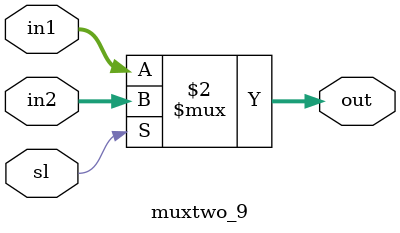
<source format=v>
module muxtwo_9(in1,in2,sl,out);
	input[8:0] in1;
	input[8:0] in2;
	input sl;
	output[8:0] out;

	assign out=(sl==0)?in1:in2;

endmodule
</source>
